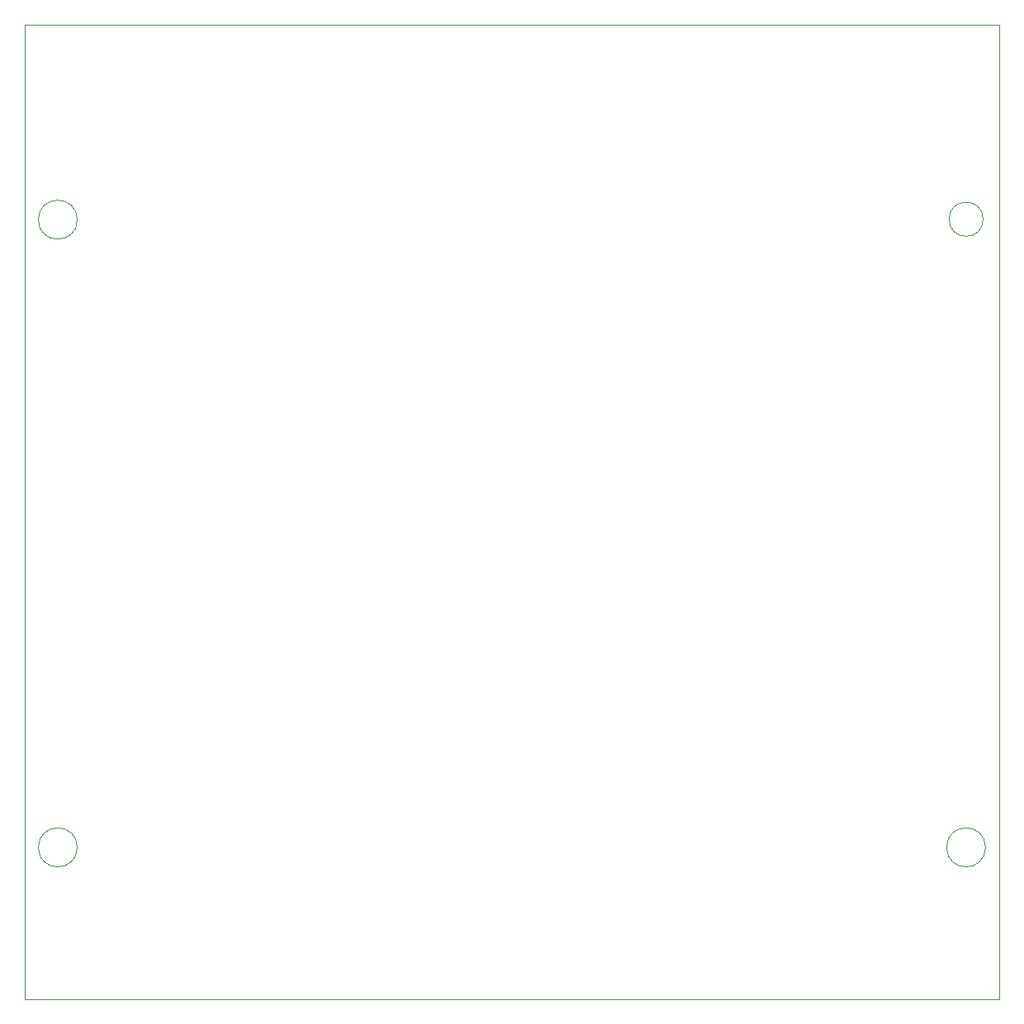
<source format=gm1>
G04 #@! TF.GenerationSoftware,KiCad,Pcbnew,9.0.2*
G04 #@! TF.CreationDate,2025-06-14T15:50:34+02:00*
G04 #@! TF.ProjectId,kleingorium,6b6c6569-6e67-46f7-9269-756d2e6b6963,rev?*
G04 #@! TF.SameCoordinates,Original*
G04 #@! TF.FileFunction,Profile,NP*
%FSLAX46Y46*%
G04 Gerber Fmt 4.6, Leading zero omitted, Abs format (unit mm)*
G04 Created by KiCad (PCBNEW 9.0.2) date 2025-06-14 15:50:34*
%MOMM*%
%LPD*%
G01*
G04 APERTURE LIST*
G04 #@! TA.AperFunction,Profile*
%ADD10C,0.050000*%
G04 #@! TD*
G04 APERTURE END LIST*
D10*
X185600000Y-131400000D02*
G75*
G02*
X181600000Y-131400000I-2000000J0D01*
G01*
X181600000Y-131400000D02*
G75*
G02*
X185600000Y-131400000I2000000J0D01*
G01*
X87000000Y-47000000D02*
X187000000Y-47000000D01*
X187000000Y-147000000D01*
X87000000Y-147000000D01*
X87000000Y-47000000D01*
X92400000Y-67000000D02*
G75*
G02*
X88400000Y-67000000I-2000000J0D01*
G01*
X88400000Y-67000000D02*
G75*
G02*
X92400000Y-67000000I2000000J0D01*
G01*
X92400000Y-131400000D02*
G75*
G02*
X88400000Y-131400000I-2000000J0D01*
G01*
X88400000Y-131400000D02*
G75*
G02*
X92400000Y-131400000I2000000J0D01*
G01*
X185350000Y-66950000D02*
G75*
G02*
X181850000Y-66950000I-1750000J0D01*
G01*
X181850000Y-66950000D02*
G75*
G02*
X185350000Y-66950000I1750000J0D01*
G01*
M02*

</source>
